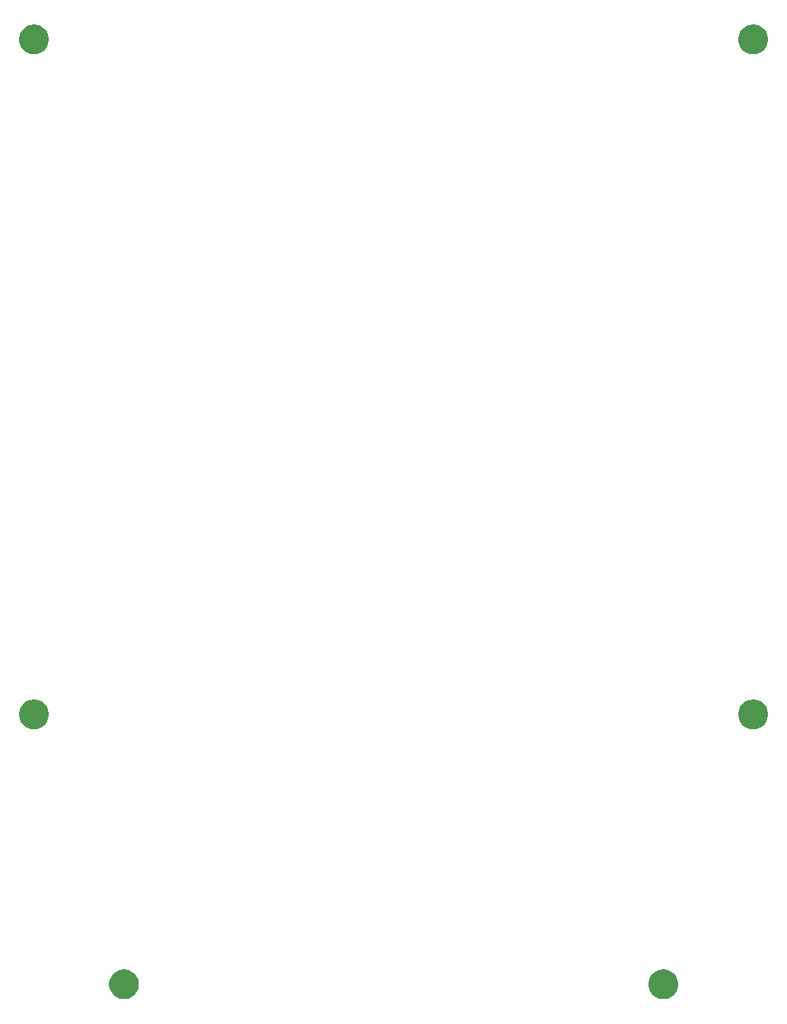
<source format=gbr>
G04 #@! TF.GenerationSoftware,KiCad,Pcbnew,(5.0.1)-3*
G04 #@! TF.CreationDate,2019-11-22T01:05:05+00:00*
G04 #@! TF.ProjectId,non-laser case,6E6F6E2D6C6173657220636173652E6B,rev?*
G04 #@! TF.SameCoordinates,Original*
G04 #@! TF.FileFunction,Soldermask,Top*
G04 #@! TF.FilePolarity,Negative*
%FSLAX46Y46*%
G04 Gerber Fmt 4.6, Leading zero omitted, Abs format (unit mm)*
G04 Created by KiCad (PCBNEW (5.0.1)-3) date 22/11/2019 01:05:05*
%MOMM*%
%LPD*%
G01*
G04 APERTURE LIST*
%ADD10C,0.100000*%
G04 APERTURE END LIST*
D10*
G36*
X110375256Y-128391298D02*
X110481579Y-128412447D01*
X110782042Y-128536903D01*
X111048852Y-128715180D01*
X111052454Y-128717587D01*
X111282413Y-128947546D01*
X111463098Y-129217960D01*
X111587553Y-129518422D01*
X111651000Y-129837389D01*
X111651000Y-130162611D01*
X111587553Y-130481578D01*
X111463098Y-130782040D01*
X111282413Y-131052454D01*
X111052454Y-131282413D01*
X111052451Y-131282415D01*
X110782042Y-131463097D01*
X110481579Y-131587553D01*
X110375256Y-131608702D01*
X110162611Y-131651000D01*
X109837389Y-131651000D01*
X109624744Y-131608702D01*
X109518421Y-131587553D01*
X109217958Y-131463097D01*
X108947549Y-131282415D01*
X108947546Y-131282413D01*
X108717587Y-131052454D01*
X108536902Y-130782040D01*
X108412447Y-130481578D01*
X108349000Y-130162611D01*
X108349000Y-129837389D01*
X108412447Y-129518422D01*
X108536902Y-129217960D01*
X108717587Y-128947546D01*
X108947546Y-128717587D01*
X108951148Y-128715180D01*
X109217958Y-128536903D01*
X109518421Y-128412447D01*
X109624744Y-128391298D01*
X109837389Y-128349000D01*
X110162611Y-128349000D01*
X110375256Y-128391298D01*
X110375256Y-128391298D01*
G37*
G36*
X50375256Y-128391298D02*
X50481579Y-128412447D01*
X50782042Y-128536903D01*
X51048852Y-128715180D01*
X51052454Y-128717587D01*
X51282413Y-128947546D01*
X51463098Y-129217960D01*
X51587553Y-129518422D01*
X51651000Y-129837389D01*
X51651000Y-130162611D01*
X51587553Y-130481578D01*
X51463098Y-130782040D01*
X51282413Y-131052454D01*
X51052454Y-131282413D01*
X51052451Y-131282415D01*
X50782042Y-131463097D01*
X50481579Y-131587553D01*
X50375256Y-131608702D01*
X50162611Y-131651000D01*
X49837389Y-131651000D01*
X49624744Y-131608702D01*
X49518421Y-131587553D01*
X49217958Y-131463097D01*
X48947549Y-131282415D01*
X48947546Y-131282413D01*
X48717587Y-131052454D01*
X48536902Y-130782040D01*
X48412447Y-130481578D01*
X48349000Y-130162611D01*
X48349000Y-129837389D01*
X48412447Y-129518422D01*
X48536902Y-129217960D01*
X48717587Y-128947546D01*
X48947546Y-128717587D01*
X48951148Y-128715180D01*
X49217958Y-128536903D01*
X49518421Y-128412447D01*
X49624744Y-128391298D01*
X49837389Y-128349000D01*
X50162611Y-128349000D01*
X50375256Y-128391298D01*
X50375256Y-128391298D01*
G37*
G36*
X120375256Y-98391298D02*
X120481579Y-98412447D01*
X120782042Y-98536903D01*
X121048852Y-98715180D01*
X121052454Y-98717587D01*
X121282413Y-98947546D01*
X121463098Y-99217960D01*
X121587553Y-99518422D01*
X121651000Y-99837389D01*
X121651000Y-100162611D01*
X121587553Y-100481578D01*
X121463098Y-100782040D01*
X121282413Y-101052454D01*
X121052454Y-101282413D01*
X121052451Y-101282415D01*
X120782042Y-101463097D01*
X120481579Y-101587553D01*
X120375256Y-101608702D01*
X120162611Y-101651000D01*
X119837389Y-101651000D01*
X119624744Y-101608702D01*
X119518421Y-101587553D01*
X119217958Y-101463097D01*
X118947549Y-101282415D01*
X118947546Y-101282413D01*
X118717587Y-101052454D01*
X118536902Y-100782040D01*
X118412447Y-100481578D01*
X118349000Y-100162611D01*
X118349000Y-99837389D01*
X118412447Y-99518422D01*
X118536902Y-99217960D01*
X118717587Y-98947546D01*
X118947546Y-98717587D01*
X118951148Y-98715180D01*
X119217958Y-98536903D01*
X119518421Y-98412447D01*
X119624744Y-98391298D01*
X119837389Y-98349000D01*
X120162611Y-98349000D01*
X120375256Y-98391298D01*
X120375256Y-98391298D01*
G37*
G36*
X40375256Y-98391298D02*
X40481579Y-98412447D01*
X40782042Y-98536903D01*
X41048852Y-98715180D01*
X41052454Y-98717587D01*
X41282413Y-98947546D01*
X41463098Y-99217960D01*
X41587553Y-99518422D01*
X41651000Y-99837389D01*
X41651000Y-100162611D01*
X41587553Y-100481578D01*
X41463098Y-100782040D01*
X41282413Y-101052454D01*
X41052454Y-101282413D01*
X41052451Y-101282415D01*
X40782042Y-101463097D01*
X40481579Y-101587553D01*
X40375256Y-101608702D01*
X40162611Y-101651000D01*
X39837389Y-101651000D01*
X39624744Y-101608702D01*
X39518421Y-101587553D01*
X39217958Y-101463097D01*
X38947549Y-101282415D01*
X38947546Y-101282413D01*
X38717587Y-101052454D01*
X38536902Y-100782040D01*
X38412447Y-100481578D01*
X38349000Y-100162611D01*
X38349000Y-99837389D01*
X38412447Y-99518422D01*
X38536902Y-99217960D01*
X38717587Y-98947546D01*
X38947546Y-98717587D01*
X38951148Y-98715180D01*
X39217958Y-98536903D01*
X39518421Y-98412447D01*
X39624744Y-98391298D01*
X39837389Y-98349000D01*
X40162611Y-98349000D01*
X40375256Y-98391298D01*
X40375256Y-98391298D01*
G37*
G36*
X120375256Y-23391298D02*
X120481579Y-23412447D01*
X120782042Y-23536903D01*
X121048852Y-23715180D01*
X121052454Y-23717587D01*
X121282413Y-23947546D01*
X121463098Y-24217960D01*
X121587553Y-24518422D01*
X121651000Y-24837389D01*
X121651000Y-25162611D01*
X121587553Y-25481578D01*
X121463098Y-25782040D01*
X121282413Y-26052454D01*
X121052454Y-26282413D01*
X121052451Y-26282415D01*
X120782042Y-26463097D01*
X120481579Y-26587553D01*
X120375256Y-26608702D01*
X120162611Y-26651000D01*
X119837389Y-26651000D01*
X119624744Y-26608702D01*
X119518421Y-26587553D01*
X119217958Y-26463097D01*
X118947549Y-26282415D01*
X118947546Y-26282413D01*
X118717587Y-26052454D01*
X118536902Y-25782040D01*
X118412447Y-25481578D01*
X118349000Y-25162611D01*
X118349000Y-24837389D01*
X118412447Y-24518422D01*
X118536902Y-24217960D01*
X118717587Y-23947546D01*
X118947546Y-23717587D01*
X118951148Y-23715180D01*
X119217958Y-23536903D01*
X119518421Y-23412447D01*
X119624744Y-23391298D01*
X119837389Y-23349000D01*
X120162611Y-23349000D01*
X120375256Y-23391298D01*
X120375256Y-23391298D01*
G37*
G36*
X40375256Y-23391298D02*
X40481579Y-23412447D01*
X40782042Y-23536903D01*
X41048852Y-23715180D01*
X41052454Y-23717587D01*
X41282413Y-23947546D01*
X41463098Y-24217960D01*
X41587553Y-24518422D01*
X41651000Y-24837389D01*
X41651000Y-25162611D01*
X41587553Y-25481578D01*
X41463098Y-25782040D01*
X41282413Y-26052454D01*
X41052454Y-26282413D01*
X41052451Y-26282415D01*
X40782042Y-26463097D01*
X40481579Y-26587553D01*
X40375256Y-26608702D01*
X40162611Y-26651000D01*
X39837389Y-26651000D01*
X39624744Y-26608702D01*
X39518421Y-26587553D01*
X39217958Y-26463097D01*
X38947549Y-26282415D01*
X38947546Y-26282413D01*
X38717587Y-26052454D01*
X38536902Y-25782040D01*
X38412447Y-25481578D01*
X38349000Y-25162611D01*
X38349000Y-24837389D01*
X38412447Y-24518422D01*
X38536902Y-24217960D01*
X38717587Y-23947546D01*
X38947546Y-23717587D01*
X38951148Y-23715180D01*
X39217958Y-23536903D01*
X39518421Y-23412447D01*
X39624744Y-23391298D01*
X39837389Y-23349000D01*
X40162611Y-23349000D01*
X40375256Y-23391298D01*
X40375256Y-23391298D01*
G37*
M02*

</source>
